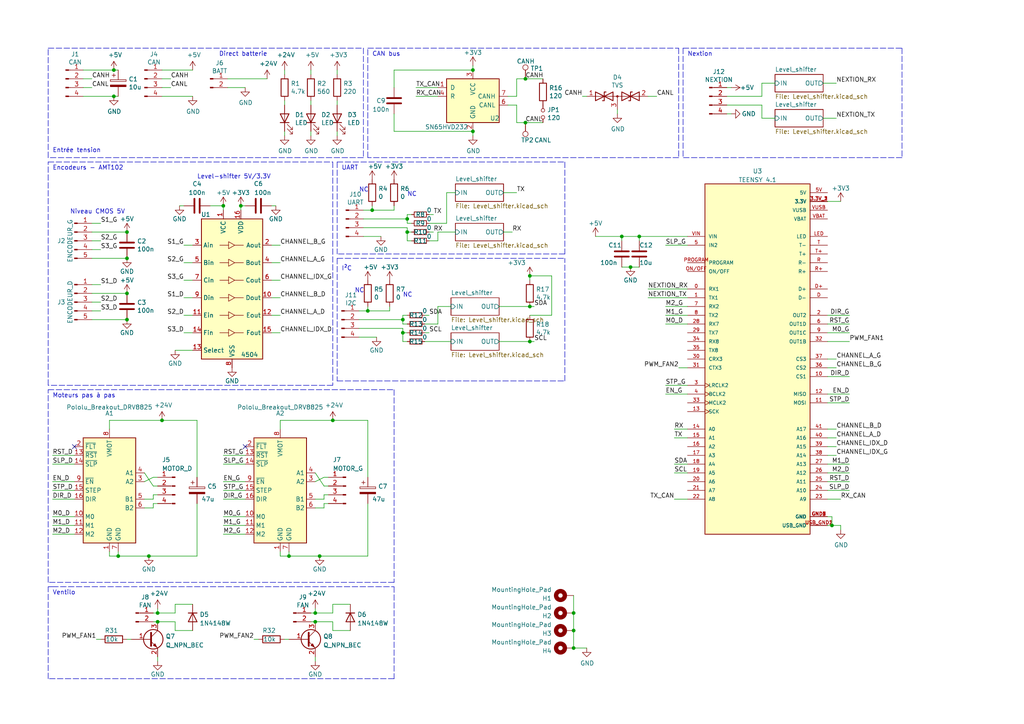
<source format=kicad_sch>
(kicad_sch (version 20211123) (generator eeschema)
  (paper "A4")
  (junction (at 118.11 63.5))
  (junction (at 33.02 27.94))
  (junction (at 166.37 187.96))
  (junction (at 92.71 161.29))
  (junction (at 166.37 182.88))
  (junction (at 185.42 68.58))
  (junction (at 153.67 99.06))
  (junction (at 118.11 67.31))
  (junction (at 36.83 92.71))
  (junction (at 34.29 161.29))
  (junction (at 33.02 20.32))
  (junction (at 69.85 59.69))
  (junction (at 241.3 152.4))
  (junction (at 36.83 67.31))
  (junction (at 64.77 59.69))
  (junction (at 152.4 35.56))
  (junction (at 45.72 180.34))
  (junction (at 46.99 121.92))
  (junction (at 91.44 180.34))
  (junction (at 166.37 177.8))
  (junction (at 43.18 161.29))
  (junction (at 137.16 38.1))
  (junction (at 45.72 177.8))
  (junction (at 107.95 60.96))
  (junction (at 153.67 80.01))
  (junction (at 116.84 92.71))
  (junction (at 182.88 77.47))
  (junction (at 91.44 177.8))
  (junction (at 180.34 68.58))
  (junction (at 153.67 88.9))
  (junction (at 106.68 90.17))
  (junction (at 36.83 74.93))
  (junction (at 96.52 121.92))
  (junction (at 116.84 96.52))
  (junction (at 137.16 20.32))
  (junction (at 36.83 85.09))
  (junction (at 83.82 161.29))
  (junction (at 152.4 22.86))
  (no_connect (at 21.59 129.54))
  (no_connect (at 71.12 129.54))
  (wire (pts (xy 44.45 144.78) (xy 44.45 143.51)))
  (wire (pts (xy 43.18 161.29) (xy 34.29 161.29)))
  (wire (pts (xy 44.45 138.43) (xy 45.72 138.43)))
  (wire (pts (xy 69.85 59.69) (xy 71.12 59.69)))
  (wire (pts (xy 240.03 129.54) (xy 242.57 129.54)))
  (wire (pts (xy 81.28 121.92) (xy 81.28 124.46)))
  (wire (pts (xy 24.13 22.86) (xy 26.67 22.86)))
  (wire (pts (xy 26.67 90.17) (xy 29.21 90.17)))
  (wire (pts (xy 147.32 27.94) (xy 149.86 27.94)))
  (wire (pts (xy 129.54 64.77) (xy 129.54 55.88)))
  (wire (pts (xy 118.11 67.31) (xy 119.38 67.31)))
  (polyline (pts (xy 114.3 113.03) (xy 114.3 168.91)))
  (wire (pts (xy 106.68 90.17) (xy 113.03 90.17)))
  (wire (pts (xy 26.67 87.63) (xy 29.21 87.63)))
  (wire (pts (xy 129.54 64.77) (xy 124.46 64.77)))
  (wire (pts (xy 26.67 67.31) (xy 36.83 67.31)))
  (wire (pts (xy 106.68 146.05) (xy 106.68 161.29)))
  (wire (pts (xy 149.86 27.94) (xy 149.86 22.86)))
  (polyline (pts (xy 163.83 46.99) (xy 163.83 73.66)))
  (wire (pts (xy 246.38 134.62) (xy 240.03 134.62)))
  (wire (pts (xy 104.14 90.17) (xy 106.68 90.17)))
  (wire (pts (xy 69.85 60.96) (xy 69.85 59.69)))
  (wire (pts (xy 106.68 90.17) (xy 106.68 88.9)))
  (wire (pts (xy 82.55 38.1) (xy 82.55 39.37)))
  (wire (pts (xy 118.11 66.04) (xy 118.11 67.31)))
  (wire (pts (xy 199.39 88.9) (xy 193.04 88.9)))
  (wire (pts (xy 21.59 134.62) (xy 15.24 134.62)))
  (wire (pts (xy 106.68 138.43) (xy 106.68 121.92)))
  (wire (pts (xy 41.91 137.16) (xy 44.45 140.97)))
  (wire (pts (xy 118.11 62.23) (xy 118.11 63.5)))
  (wire (pts (xy 93.98 144.78) (xy 93.98 143.51)))
  (wire (pts (xy 64.77 60.96) (xy 64.77 59.69)))
  (wire (pts (xy 15.24 152.4) (xy 21.59 152.4)))
  (wire (pts (xy 50.8 177.8) (xy 45.72 177.8)))
  (wire (pts (xy 116.84 93.98) (xy 116.84 92.71)))
  (wire (pts (xy 240.03 132.08) (xy 242.57 132.08)))
  (wire (pts (xy 90.17 29.21) (xy 90.17 30.48)))
  (wire (pts (xy 66.04 22.86) (xy 77.47 22.86)))
  (wire (pts (xy 210.82 33.02) (xy 212.09 33.02)))
  (wire (pts (xy 137.16 38.1) (xy 137.16 39.37)))
  (polyline (pts (xy 105.41 13.97) (xy 105.41 45.72)))
  (wire (pts (xy 166.37 182.88) (xy 166.37 177.8)))
  (wire (pts (xy 45.72 190.5) (xy 45.72 191.77)))
  (polyline (pts (xy 13.97 113.03) (xy 114.3 113.03)))
  (polyline (pts (xy 106.68 13.97) (xy 196.85 13.97)))
  (wire (pts (xy 243.84 152.4) (xy 243.84 153.67)))
  (wire (pts (xy 149.86 35.56) (xy 152.4 35.56)))
  (wire (pts (xy 36.83 185.42) (xy 38.1 185.42)))
  (wire (pts (xy 116.84 96.52) (xy 118.11 96.52)))
  (wire (pts (xy 82.55 29.21) (xy 82.55 30.48)))
  (wire (pts (xy 21.59 144.78) (xy 15.24 144.78)))
  (wire (pts (xy 57.15 146.05) (xy 57.15 161.29)))
  (wire (pts (xy 26.67 74.93) (xy 36.83 74.93)))
  (wire (pts (xy 71.12 139.7) (xy 64.77 139.7)))
  (wire (pts (xy 193.04 91.44) (xy 199.39 91.44)))
  (wire (pts (xy 123.19 91.44) (xy 124.46 91.44)))
  (wire (pts (xy 127 93.98) (xy 123.19 93.98)))
  (wire (pts (xy 24.13 20.32) (xy 33.02 20.32)))
  (wire (pts (xy 96.52 175.26) (xy 96.52 177.8)))
  (polyline (pts (xy 114.3 170.18) (xy 114.3 196.85)))
  (wire (pts (xy 118.11 91.44) (xy 116.84 91.44)))
  (wire (pts (xy 113.03 90.17) (xy 113.03 88.9)))
  (wire (pts (xy 116.84 91.44) (xy 116.84 92.71)))
  (polyline (pts (xy 163.83 73.66) (xy 97.79 73.66)))
  (wire (pts (xy 78.74 86.36) (xy 81.28 86.36)))
  (wire (pts (xy 26.67 82.55) (xy 29.21 82.55)))
  (wire (pts (xy 52.07 59.69) (xy 53.34 59.69)))
  (wire (pts (xy 46.99 27.94) (xy 55.88 27.94)))
  (wire (pts (xy 199.39 111.76) (xy 193.04 111.76)))
  (wire (pts (xy 34.29 160.02) (xy 34.29 161.29)))
  (wire (pts (xy 73.66 185.42) (xy 74.93 185.42)))
  (wire (pts (xy 81.28 161.29) (xy 81.28 160.02)))
  (wire (pts (xy 187.96 27.94) (xy 190.5 27.94)))
  (polyline (pts (xy 114.3 196.85) (xy 13.97 196.85)))
  (polyline (pts (xy 97.79 46.99) (xy 163.83 46.99)))
  (polyline (pts (xy 261.62 13.97) (xy 261.62 45.72)))
  (polyline (pts (xy 196.85 13.97) (xy 196.85 45.72)))
  (wire (pts (xy 90.17 180.34) (xy 91.44 180.34)))
  (wire (pts (xy 91.44 176.53) (xy 91.44 177.8)))
  (wire (pts (xy 114.3 33.02) (xy 114.3 38.1)))
  (wire (pts (xy 114.3 38.1) (xy 137.16 38.1)))
  (wire (pts (xy 114.3 20.32) (xy 137.16 20.32)))
  (wire (pts (xy 45.72 177.8) (xy 44.45 177.8)))
  (polyline (pts (xy 196.85 45.72) (xy 106.68 45.72)))
  (wire (pts (xy 199.39 137.16) (xy 195.58 137.16)))
  (polyline (pts (xy 163.83 110.49) (xy 163.83 74.93)))
  (wire (pts (xy 220.98 34.29) (xy 224.79 34.29)))
  (wire (pts (xy 71.12 142.24) (xy 64.77 142.24)))
  (wire (pts (xy 21.59 132.08) (xy 15.24 132.08)))
  (wire (pts (xy 97.79 38.1) (xy 97.79 39.37)))
  (wire (pts (xy 71.12 134.62) (xy 64.77 134.62)))
  (wire (pts (xy 57.15 138.43) (xy 57.15 121.92)))
  (wire (pts (xy 240.03 139.7) (xy 246.38 139.7)))
  (wire (pts (xy 31.75 121.92) (xy 31.75 124.46)))
  (wire (pts (xy 93.98 143.51) (xy 95.25 143.51)))
  (wire (pts (xy 44.45 143.51) (xy 45.72 143.51)))
  (wire (pts (xy 107.95 60.96) (xy 107.95 59.69)))
  (wire (pts (xy 96.52 121.92) (xy 81.28 121.92)))
  (wire (pts (xy 240.03 142.24) (xy 246.38 142.24)))
  (wire (pts (xy 123.19 99.06) (xy 130.81 99.06)))
  (wire (pts (xy 166.37 187.96) (xy 170.18 187.96)))
  (wire (pts (xy 146.05 55.88) (xy 149.86 55.88)))
  (wire (pts (xy 105.41 66.04) (xy 118.11 66.04)))
  (wire (pts (xy 166.37 187.96) (xy 166.37 182.88)))
  (wire (pts (xy 26.67 72.39) (xy 29.21 72.39)))
  (polyline (pts (xy 13.97 196.85) (xy 13.97 170.18)))
  (wire (pts (xy 91.44 177.8) (xy 90.17 177.8)))
  (wire (pts (xy 101.6 175.26) (xy 96.52 175.26)))
  (wire (pts (xy 147.32 30.48) (xy 149.86 30.48)))
  (wire (pts (xy 210.82 25.4) (xy 212.09 25.4)))
  (wire (pts (xy 127 88.9) (xy 130.81 88.9)))
  (wire (pts (xy 46.99 20.32) (xy 55.88 20.32)))
  (wire (pts (xy 96.52 177.8) (xy 91.44 177.8)))
  (wire (pts (xy 196.85 106.68) (xy 199.39 106.68)))
  (wire (pts (xy 241.3 152.4) (xy 243.84 152.4)))
  (polyline (pts (xy 114.3 168.91) (xy 13.97 168.91)))
  (wire (pts (xy 24.13 27.94) (xy 33.02 27.94)))
  (wire (pts (xy 46.99 22.86) (xy 49.53 22.86)))
  (wire (pts (xy 97.79 29.21) (xy 97.79 30.48)))
  (polyline (pts (xy 96.52 111.76) (xy 13.97 111.76)))
  (polyline (pts (xy 13.97 13.97) (xy 105.41 13.97)))
  (wire (pts (xy 27.94 185.42) (xy 29.21 185.42)))
  (wire (pts (xy 241.3 152.4) (xy 241.3 149.86)))
  (wire (pts (xy 123.19 96.52) (xy 124.46 96.52)))
  (wire (pts (xy 116.84 99.06) (xy 118.11 99.06)))
  (wire (pts (xy 195.58 124.46) (xy 199.39 124.46)))
  (wire (pts (xy 53.34 76.2) (xy 55.88 76.2)))
  (wire (pts (xy 90.17 38.1) (xy 90.17 39.37)))
  (wire (pts (xy 53.34 81.28) (xy 55.88 81.28)))
  (wire (pts (xy 55.88 175.26) (xy 50.8 175.26)))
  (wire (pts (xy 91.44 144.78) (xy 93.98 144.78)))
  (wire (pts (xy 119.38 64.77) (xy 118.11 64.77)))
  (wire (pts (xy 166.37 177.8) (xy 166.37 172.72)))
  (wire (pts (xy 220.98 30.48) (xy 220.98 34.29)))
  (wire (pts (xy 26.67 92.71) (xy 36.83 92.71)))
  (wire (pts (xy 118.11 93.98) (xy 116.84 93.98)))
  (wire (pts (xy 127 69.85) (xy 127 67.31)))
  (wire (pts (xy 44.45 180.34) (xy 45.72 180.34)))
  (wire (pts (xy 240.03 149.86) (xy 241.3 149.86)))
  (wire (pts (xy 44.45 147.32) (xy 44.45 146.05)))
  (wire (pts (xy 83.82 161.29) (xy 81.28 161.29)))
  (wire (pts (xy 21.59 154.94) (xy 15.24 154.94)))
  (wire (pts (xy 240.03 91.44) (xy 246.38 91.44)))
  (wire (pts (xy 50.8 180.34) (xy 45.72 180.34)))
  (wire (pts (xy 149.86 22.86) (xy 152.4 22.86)))
  (wire (pts (xy 21.59 142.24) (xy 15.24 142.24)))
  (wire (pts (xy 116.84 96.52) (xy 116.84 99.06)))
  (wire (pts (xy 180.34 77.47) (xy 182.88 77.47)))
  (wire (pts (xy 71.12 144.78) (xy 64.77 144.78)))
  (wire (pts (xy 96.52 182.88) (xy 96.52 180.34)))
  (wire (pts (xy 137.16 19.05) (xy 137.16 20.32)))
  (wire (pts (xy 105.41 63.5) (xy 118.11 63.5)))
  (wire (pts (xy 105.41 60.96) (xy 107.95 60.96)))
  (wire (pts (xy 240.03 127) (xy 242.57 127)))
  (wire (pts (xy 91.44 137.16) (xy 93.98 140.97)))
  (polyline (pts (xy 97.79 46.99) (xy 97.79 73.66)))
  (wire (pts (xy 44.45 146.05) (xy 45.72 146.05)))
  (wire (pts (xy 199.39 144.78) (xy 195.58 144.78)))
  (wire (pts (xy 82.55 20.32) (xy 82.55 21.59)))
  (wire (pts (xy 96.52 180.34) (xy 91.44 180.34)))
  (wire (pts (xy 71.12 149.86) (xy 64.77 149.86)))
  (wire (pts (xy 240.03 104.14) (xy 242.57 104.14)))
  (wire (pts (xy 124.46 62.23) (xy 125.73 62.23)))
  (wire (pts (xy 53.34 96.52) (xy 55.88 96.52)))
  (wire (pts (xy 78.74 59.69) (xy 80.01 59.69)))
  (wire (pts (xy 170.18 27.94) (xy 168.91 27.94)))
  (wire (pts (xy 53.34 91.44) (xy 55.88 91.44)))
  (wire (pts (xy 78.74 91.44) (xy 81.28 91.44)))
  (wire (pts (xy 71.12 132.08) (xy 64.77 132.08)))
  (wire (pts (xy 224.79 24.13) (xy 220.98 24.13)))
  (wire (pts (xy 64.77 152.4) (xy 71.12 152.4)))
  (wire (pts (xy 105.41 68.58) (xy 110.49 68.58)))
  (wire (pts (xy 240.03 116.84) (xy 246.38 116.84)))
  (wire (pts (xy 41.91 139.7) (xy 44.45 138.43)))
  (wire (pts (xy 41.91 147.32) (xy 44.45 147.32)))
  (wire (pts (xy 153.67 81.28) (xy 153.67 80.01)))
  (wire (pts (xy 34.29 161.29) (xy 31.75 161.29)))
  (polyline (pts (xy 13.97 111.76) (xy 13.97 46.99)))
  (wire (pts (xy 127 93.98) (xy 127 88.9)))
  (wire (pts (xy 199.39 134.62) (xy 195.58 134.62)))
  (wire (pts (xy 118.11 67.31) (xy 118.11 69.85)))
  (wire (pts (xy 78.74 76.2) (xy 81.28 76.2)))
  (wire (pts (xy 240.03 144.78) (xy 243.84 144.78)))
  (wire (pts (xy 24.13 25.4) (xy 26.67 25.4)))
  (wire (pts (xy 160.02 91.44) (xy 153.67 91.44)))
  (wire (pts (xy 93.98 147.32) (xy 93.98 146.05)))
  (wire (pts (xy 180.34 68.58) (xy 172.72 68.58)))
  (wire (pts (xy 187.96 86.36) (xy 199.39 86.36)))
  (wire (pts (xy 238.76 24.13) (xy 242.57 24.13)))
  (wire (pts (xy 144.78 88.9) (xy 153.67 88.9)))
  (wire (pts (xy 33.02 27.94) (xy 34.29 27.94)))
  (wire (pts (xy 78.74 81.28) (xy 81.28 81.28)))
  (polyline (pts (xy 105.41 45.72) (xy 13.97 45.72)))
  (wire (pts (xy 90.17 20.32) (xy 90.17 21.59)))
  (wire (pts (xy 26.67 69.85) (xy 29.21 69.85)))
  (wire (pts (xy 21.59 139.7) (xy 15.24 139.7)))
  (wire (pts (xy 179.07 31.75) (xy 179.07 33.02)))
  (polyline (pts (xy 13.97 45.72) (xy 13.97 13.97)))
  (wire (pts (xy 50.8 182.88) (xy 50.8 180.34)))
  (wire (pts (xy 127 27.94) (xy 120.65 27.94)))
  (wire (pts (xy 104.14 95.25) (xy 116.84 95.25)))
  (wire (pts (xy 180.34 68.58) (xy 180.34 69.85)))
  (wire (pts (xy 185.42 68.58) (xy 185.42 69.85)))
  (polyline (pts (xy 198.12 13.97) (xy 198.12 45.72)))
  (wire (pts (xy 240.03 58.42) (xy 243.84 58.42)))
  (wire (pts (xy 153.67 88.9) (xy 154.94 88.9)))
  (wire (pts (xy 41.91 144.78) (xy 44.45 144.78)))
  (wire (pts (xy 44.45 140.97) (xy 45.72 140.97)))
  (wire (pts (xy 50.8 101.6) (xy 55.88 101.6)))
  (wire (pts (xy 114.3 60.96) (xy 114.3 59.69)))
  (wire (pts (xy 106.68 121.92) (xy 96.52 121.92)))
  (wire (pts (xy 101.6 182.88) (xy 96.52 182.88)))
  (wire (pts (xy 124.46 69.85) (xy 127 69.85)))
  (wire (pts (xy 220.98 27.94) (xy 210.82 27.94)))
  (wire (pts (xy 187.96 83.82) (xy 199.39 83.82)))
  (wire (pts (xy 91.44 147.32) (xy 93.98 147.32)))
  (polyline (pts (xy 198.12 13.97) (xy 261.62 13.97)))
  (polyline (pts (xy 97.79 110.49) (xy 163.83 110.49)))
  (wire (pts (xy 153.67 80.01) (xy 160.02 80.01)))
  (wire (pts (xy 199.39 71.12) (xy 193.04 71.12)))
  (wire (pts (xy 185.42 68.58) (xy 199.39 68.58)))
  (wire (pts (xy 127 25.4) (xy 120.65 25.4)))
  (wire (pts (xy 21.59 149.86) (xy 15.24 149.86)))
  (wire (pts (xy 55.88 182.88) (xy 50.8 182.88)))
  (wire (pts (xy 104.14 92.71) (xy 116.84 92.71)))
  (wire (pts (xy 46.99 121.92) (xy 31.75 121.92)))
  (wire (pts (xy 180.34 68.58) (xy 185.42 68.58)))
  (polyline (pts (xy 106.68 45.72) (xy 106.68 13.97)))
  (wire (pts (xy 240.03 93.98) (xy 246.38 93.98)))
  (wire (pts (xy 45.72 176.53) (xy 45.72 177.8)))
  (wire (pts (xy 220.98 24.13) (xy 220.98 27.94)))
  (polyline (pts (xy 97.79 74.93) (xy 163.83 74.93)))
  (wire (pts (xy 57.15 161.29) (xy 43.18 161.29)))
  (wire (pts (xy 93.98 146.05) (xy 95.25 146.05)))
  (polyline (pts (xy 13.97 170.18) (xy 15.24 170.18)))
  (wire (pts (xy 240.03 106.68) (xy 242.57 106.68)))
  (wire (pts (xy 118.11 69.85) (xy 119.38 69.85)))
  (wire (pts (xy 46.99 25.4) (xy 49.53 25.4)))
  (wire (pts (xy 182.88 77.47) (xy 185.42 77.47)))
  (wire (pts (xy 149.86 30.48) (xy 149.86 35.56)))
  (wire (pts (xy 107.95 60.96) (xy 114.3 60.96)))
  (wire (pts (xy 60.96 59.69) (xy 64.77 59.69)))
  (wire (pts (xy 78.74 71.12) (xy 81.28 71.12)))
  (wire (pts (xy 33.02 20.32) (xy 34.29 20.32)))
  (wire (pts (xy 26.67 85.09) (xy 36.83 85.09)))
  (wire (pts (xy 240.03 124.46) (xy 242.57 124.46)))
  (wire (pts (xy 104.14 97.79) (xy 109.22 97.79)))
  (polyline (pts (xy 13.97 46.99) (xy 96.52 46.99)))
  (wire (pts (xy 152.4 22.86) (xy 157.48 22.86)))
  (polyline (pts (xy 15.24 170.18) (xy 114.3 170.18)))
  (polyline (pts (xy 96.52 46.99) (xy 96.52 111.76)))
  (wire (pts (xy 240.03 114.3) (xy 246.38 114.3)))
  (wire (pts (xy 97.79 20.32) (xy 97.79 21.59)))
  (wire (pts (xy 106.68 161.29) (xy 92.71 161.29)))
  (wire (pts (xy 91.44 139.7) (xy 93.98 138.43)))
  (wire (pts (xy 114.3 25.4) (xy 114.3 20.32)))
  (wire (pts (xy 53.34 86.36) (xy 55.88 86.36)))
  (wire (pts (xy 146.05 67.31) (xy 148.59 67.31)))
  (wire (pts (xy 91.44 190.5) (xy 91.44 191.77)))
  (wire (pts (xy 199.39 93.98) (xy 193.04 93.98)))
  (wire (pts (xy 82.55 185.42) (xy 83.82 185.42)))
  (wire (pts (xy 124.46 67.31) (xy 125.73 67.31)))
  (wire (pts (xy 144.78 99.06) (xy 153.67 99.06)))
  (polyline (pts (xy 13.97 168.91) (xy 13.97 113.03)))
  (wire (pts (xy 127 67.31) (xy 132.08 67.31)))
  (wire (pts (xy 199.39 114.3) (xy 193.04 114.3)))
  (wire (pts (xy 118.11 64.77) (xy 118.11 63.5)))
  (wire (pts (xy 160.02 80.01) (xy 160.02 91.44)))
  (wire (pts (xy 71.12 154.94) (xy 64.77 154.94)))
  (wire (pts (xy 83.82 160.02) (xy 83.82 161.29)))
  (wire (pts (xy 152.4 35.56) (xy 157.48 35.56)))
  (wire (pts (xy 240.03 109.22) (xy 246.38 109.22)))
  (wire (pts (xy 57.15 121.92) (xy 46.99 121.92)))
  (wire (pts (xy 93.98 140.97) (xy 95.25 140.97)))
  (wire (pts (xy 66.04 25.4) (xy 71.12 25.4)))
  (wire (pts (xy 153.67 99.06) (xy 154.94 99.06)))
  (wire (pts (xy 240.03 96.52) (xy 246.38 96.52)))
  (wire (pts (xy 116.84 95.25) (xy 116.84 96.52)))
  (wire (pts (xy 53.34 71.12) (xy 55.88 71.12)))
  (polyline (pts (xy 97.79 74.93) (xy 97.79 110.49)))
  (wire (pts (xy 195.58 127) (xy 199.39 127)))
  (wire (pts (xy 78.74 96.52) (xy 81.28 96.52)))
  (wire (pts (xy 240.03 137.16) (xy 246.38 137.16)))
  (wire (pts (xy 240.03 99.06) (xy 246.38 99.06)))
  (wire (pts (xy 119.38 62.23) (xy 118.11 62.23)))
  (wire (pts (xy 238.76 34.29) (xy 242.57 34.29)))
  (wire (pts (xy 31.75 161.29) (xy 31.75 160.02)))
  (wire (pts (xy 240.03 152.4) (xy 241.3 152.4)))
  (wire (pts (xy 50.8 175.26) (xy 50.8 177.8)))
  (wire (pts (xy 92.71 161.29) (xy 83.82 161.29)))
  (wire (pts (xy 26.67 64.77) (xy 29.21 64.77)))
  (wire (pts (xy 93.98 138.43) (xy 95.25 138.43)))
  (wire (pts (xy 129.54 55.88) (xy 132.08 55.88)))
  (wire (pts (xy 210.82 30.48) (xy 220.98 30.48)))
  (polyline (pts (xy 261.62 45.72) (xy 198.12 45.72)))
  (text "Entrée tension" (at 15.24 44.45 0) (effects (font (size 1.27 1.27)) (justify left bottom)))
  (text "Nextion" (at 199.39 16.51 0) (effects (font (size 1.27 1.27)) (justify left bottom)))
  (text "Level-shifter 5V/3.3V" (at 57.15 52.07 0) (effects (font (size 1.27 1.27)) (justify left bottom)))
  (text "NC\n" (at 118.11 57.15 0) (effects (font (size 1.27 1.27)) (justify left bottom)))
  (text "Niveau CMOS 5V" (at 20.32 62.23 0) (effects (font (size 1.27 1.27)) (justify left bottom)))
  (text "I²C" (at 99.06 78.74 0) (effects (font (size 1.27 1.27)) (justify left bottom)))
  (text "NC\n" (at 104.14 55.88 0) (effects (font (size 1.27 1.27)) (justify left bottom)))
  (text "NC\n" (at 116.84 86.36 0) (effects (font (size 1.27 1.27)) (justify left bottom)))
  (text "Direct batterie" (at 63.5 16.51 0) (effects (font (size 1.27 1.27)) (justify left bottom)))
  (text "Ventilo" (at 15.24 172.72 0) (effects (font (size 1.27 1.27)) (justify left bottom)))
  (text "CAN bus" (at 107.95 16.51 0) (effects (font (size 1.27 1.27)) (justify left bottom)))
  (text "NC\n" (at 102.87 85.09 0) (effects (font (size 1.27 1.27)) (justify left bottom)))
  (text "UART\n" (at 99.06 49.53 0) (effects (font (size 1.27 1.27)) (justify left bottom)))
  (text "Moteurs pas à pas" (at 15.24 115.57 0) (effects (font (size 1.27 1.27)) (justify left bottom)))
  (text "Encodeurs - AMT102" (at 15.24 49.53 0) (effects (font (size 1.27 1.27)) (justify left bottom)))
  (label "TX_CAN" (at 120.65 25.4 0))
  (label "S1_D" (at 53.34 86.36 180))
  (label "S2_G" (at 29.21 69.85 0))
  (label "DIR_G" (at 64.77 144.78 0))
  (label "TX" (at 149.86 55.88 0))
  (label "RX" (at 125.73 67.31 0))
  (label "M0_D" (at 193.04 93.98 0))
  (label "S1_G" (at 29.21 64.77 0))
  (label "CANH" (at 152.4 22.86 0))
  (label "TX_CAN" (at 195.58 144.78 180))
  (label "DIR_D" (at 246.38 109.22 180))
  (label "SLP_G" (at 193.04 71.12 0))
  (label "RX" (at 195.58 124.46 0))
  (label "M1_G" (at 193.04 91.44 0))
  (label "TX" (at 195.58 127 0))
  (label "CHANNEL_IDX_G" (at 242.57 132.08 0))
  (label "CHANNEL_A_D" (at 242.57 127 0))
  (label "CANL" (at 49.53 25.4 0))
  (label "EN_D" (at 246.38 114.3 180))
  (label "PWM_FAN2" (at 73.66 185.42 180))
  (label "DIR_D" (at 15.24 144.78 0))
  (label "SLP_G" (at 64.77 134.62 0))
  (label "TX" (at 125.73 62.23 0))
  (label "CHANNEL_A_D" (at 81.28 91.44 0))
  (label "M2_D" (at 15.24 154.94 0))
  (label "CANH" (at 49.53 22.86 0))
  (label "M0_G" (at 246.38 96.52 180))
  (label "CANL" (at 26.67 25.4 0))
  (label "NEXTION_RX" (at 187.96 83.82 0))
  (label "M0_D" (at 15.24 149.86 0))
  (label "CANH" (at 26.67 22.86 0))
  (label "NEXTION_TX" (at 242.57 34.29 0))
  (label "S2_G" (at 53.34 76.2 180))
  (label "S2_D" (at 53.34 91.44 180))
  (label "SLP_D" (at 246.38 142.24 180))
  (label "SDA" (at 154.94 88.9 0))
  (label "PWM_FAN1" (at 27.94 185.42 180))
  (label "S2_D" (at 29.21 87.63 0))
  (label "CANH" (at 168.91 27.94 180))
  (label "DIR_G" (at 246.38 91.44 180))
  (label "PWM_FAN2" (at 196.85 106.68 180))
  (label "SCL" (at 124.46 96.52 0))
  (label "CHANNEL_B_G" (at 242.57 106.68 0))
  (label "CHANNEL_A_G" (at 81.28 76.2 0))
  (label "STP_D" (at 246.38 116.84 180))
  (label "STP_D" (at 15.24 142.24 0))
  (label "SCL" (at 154.94 99.06 0))
  (label "S3_G" (at 29.21 72.39 0))
  (label "S3_D" (at 53.34 96.52 180))
  (label "EN_G" (at 193.04 114.3 0))
  (label "CHANNEL_B_D" (at 81.28 86.36 0))
  (label "M1_D" (at 15.24 152.4 0))
  (label "CHANNEL_B_D" (at 242.57 124.46 0))
  (label "RST_G" (at 246.38 93.98 180))
  (label "EN_G" (at 64.77 139.7 0))
  (label "M2_D" (at 246.38 137.16 180))
  (label "NEXTION_TX" (at 187.96 86.36 0))
  (label "CHANNEL_A_G" (at 242.57 104.14 0))
  (label "RST_D" (at 15.24 132.08 0))
  (label "RX_CAN" (at 120.65 27.94 0))
  (label "SCL" (at 195.58 137.16 0))
  (label "PWM_FAN1" (at 246.38 99.06 0))
  (label "STP_G" (at 64.77 142.24 0))
  (label "M2_G" (at 193.04 88.9 0))
  (label "STP_G" (at 193.04 111.76 0))
  (label "RST_G" (at 64.77 132.08 0))
  (label "EN_D" (at 15.24 139.7 0))
  (label "M1_D" (at 246.38 134.62 180))
  (label "SLP_D" (at 15.24 134.62 0))
  (label "M2_G" (at 64.77 154.94 0))
  (label "SDA" (at 195.58 134.62 0))
  (label "RX_CAN" (at 243.84 144.78 0))
  (label "S1_D" (at 29.21 82.55 0))
  (label "CHANNEL_IDX_D" (at 242.57 129.54 0))
  (label "NEXTION_RX" (at 242.57 24.13 0))
  (label "RST_D" (at 246.38 139.7 180))
  (label "S3_D" (at 29.21 90.17 0))
  (label "CHANNEL_IDX_D" (at 81.28 96.52 0))
  (label "M0_G" (at 64.77 149.86 0))
  (label "RX" (at 148.59 67.31 0))
  (label "CANL" (at 190.5 27.94 0))
  (label "SDA" (at 124.46 91.44 0))
  (label "S3_G" (at 53.34 81.28 180))
  (label "M1_G" (at 64.77 152.4 0))
  (label "S1_G" (at 53.34 71.12 180))
  (label "CANL" (at 152.4 35.56 0))
  (label "CHANNEL_IDX_G" (at 81.28 81.28 0))
  (label "CHANNEL_B_G" (at 81.28 71.12 0))
  (symbol (lib_id "Driver_Motor:Pololu_Breakout_DRV8825") (at 81.28 139.7 0) (unit 1)
    (property "Reference" "A2" (at 81.28 119.8626 0))
    (property "Value" "Pololu_Breakout_DRV8825" (at 81.28 118.11 0))
    (property "Footprint" "Module:Pololu_Breakout-16_15.2x20.3mm" (effects hide))
    (property "Datasheet" "https://www.pololu.com/product/2982" (effects hide))
  )
  (symbol (lib_id "Connector:Conn_01x04_Male") (at 19.05 22.86 0) (unit 1)
    (property "Reference" "J1" (at 21.7932 15.7226 0))
    (property "Value" "CAN" (at 21.7932 18.034 0))
    (property "Footprint" "AREA_lib_Connector:690367290476" (effects hide))
  )
  (symbol (lib_id "power:+5V") (at 33.02 20.32 0) (unit 1)
    (property "Reference" "#PWR01" (effects hide))
    (property "Value" "+5V" (at 33.401 15.9258 0))
  )
  (symbol (lib_id "power:GND") (at 33.02 27.94 0) (unit 1)
    (property "Reference" "#PWR02" (effects hide))
    (property "Value" "GND" (at 33.147 32.3342 0))
  )
  (symbol (lib_id "Connector:Conn_01x04_Male") (at 41.91 22.86 0) (unit 1)
    (property "Reference" "J4" (at 44.6532 15.7226 0))
    (property "Value" "CAN" (at 44.6532 18.034 0))
    (property "Footprint" "AREA_lib_Connector:690367290476" (effects hide))
  )
  (symbol (lib_id "power:+5V") (at 55.88 20.32 0) (unit 1)
    (property "Reference" "#PWR011" (effects hide))
    (property "Value" "+5V" (at 56.261 15.9258 0))
  )
  (symbol (lib_id "power:GND") (at 55.88 27.94 0) (unit 1)
    (property "Reference" "#PWR012" (effects hide))
    (property "Value" "GND" (at 56.007 32.3342 0))
  )
  (symbol (lib_id "Connector:Conn_01x02_Male") (at 60.96 22.86 0) (unit 1)
    (property "Reference" "J6" (at 63.7032 18.2626 0))
    (property "Value" "BATT" (at 63.7032 20.574 0))
    (property "Footprint" "AREA_lib_Connector:Wuerth_batcon_691313710002" (effects hide))
  )
  (symbol (lib_id "power:+24V") (at 77.47 22.86 0) (unit 1)
    (property "Reference" "#PWR017" (effects hide))
    (property "Value" "+24V" (at 77.851 18.4658 0))
  )
  (symbol (lib_id "power:GND") (at 71.12 25.4 0) (unit 1)
    (property "Reference" "#PWR016" (effects hide))
    (property "Value" "GND" (at 71.247 29.7942 0))
  )
  (symbol (lib_id "Device:R") (at 82.55 25.4 0) (unit 1)
    (property "Reference" "R1" (at 84.328 24.2316 0) (effects (justify left)))
    (property "Value" "4.7k" (at 84.328 26.543 0) (effects (justify left)))
    (property "Footprint" "Resistor_SMD:R_0805_2012Metric_Pad1.20x1.40mm_HandSolder" (effects hide))
  )
  (symbol (lib_id "Device:LED") (at 82.55 34.29 90) (unit 1)
    (property "Reference" "D1" (at 85.5472 33.2994 90) (effects (justify right)))
    (property "Value" "LED" (at 85.5472 35.6108 90) (effects (justify right)))
    (property "Footprint" "LED_SMD:LED_0805_2012Metric_Pad1.15x1.40mm_HandSolder" (effects hide))
  )
  (symbol (lib_id "power:+24V") (at 82.55 20.32 0) (unit 1)
    (property "Reference" "#PWR019" (effects hide))
    (property "Value" "+24V" (at 82.931 15.9258 0))
  )
  (symbol (lib_id "power:GND") (at 82.55 39.37 0) (unit 1)
    (property "Reference" "#PWR020" (effects hide))
    (property "Value" "GND" (at 82.677 43.7642 0))
  )
  (symbol (lib_id "Device:R") (at 90.17 25.4 0) (unit 1)
    (property "Reference" "R2" (at 91.948 24.2316 0) (effects (justify left)))
    (property "Value" "560" (at 91.948 26.543 0) (effects (justify left)))
    (property "Footprint" "Resistor_SMD:R_0805_2012Metric_Pad1.20x1.40mm_HandSolder" (effects hide))
  )
  (symbol (lib_id "Device:LED") (at 90.17 34.29 90) (unit 1)
    (property "Reference" "D2" (at 93.1672 33.2994 90) (effects (justify right)))
    (property "Value" "LED" (at 93.1672 35.6108 90) (effects (justify right)))
    (property "Footprint" "LED_SMD:LED_0805_2012Metric_Pad1.15x1.40mm_HandSolder" (effects hide))
  )
  (symbol (lib_id "power:GND") (at 90.17 39.37 0) (unit 1)
    (property "Reference" "#PWR022" (effects hide))
    (property "Value" "GND" (at 90.297 43.7642 0))
  )
  (symbol (lib_id "Device:R") (at 97.79 25.4 0) (unit 1)
    (property "Reference" "R3" (at 99.568 24.2316 0) (effects (justify left)))
    (property "Value" "220" (at 99.568 26.543 0) (effects (justify left)))
    (property "Footprint" "Resistor_SMD:R_0805_2012Metric_Pad1.20x1.40mm_HandSolder" (effects hide))
  )
  (symbol (lib_id "Device:LED") (at 97.79 34.29 90) (unit 1)
    (property "Reference" "D3" (at 100.7872 33.2994 90) (effects (justify right)))
    (property "Value" "LED" (at 100.7872 35.6108 90) (effects (justify right)))
    (property "Footprint" "LED_SMD:LED_0805_2012Metric_Pad1.15x1.40mm_HandSolder" (effects hide))
  )
  (symbol (lib_id "power:GND") (at 97.79 39.37 0) (unit 1)
    (property "Reference" "#PWR026" (effects hide))
    (property "Value" "GND" (at 97.917 43.7642 0))
  )
  (symbol (lib_id "power:+5V") (at 90.17 20.32 0) (unit 1)
    (property "Reference" "#PWR021" (effects hide))
    (property "Value" "+5V" (at 90.551 15.9258 0))
  )
  (symbol (lib_id "power:+3.3V") (at 97.79 20.32 0) (unit 1)
    (property "Reference" "#PWR025" (effects hide))
    (property "Value" "+3.3V" (at 98.171 15.9258 0))
  )
  (symbol (lib_id "Device:CP") (at 34.29 24.13 0) (unit 1)
    (property "Reference" "C1" (at 37.2872 22.9616 0) (effects (justify left)))
    (property "Value" "10u" (at 37.2872 25.273 0) (effects (justify left)))
    (property "Footprint" "Capacitor_SMD:CP_Elec_5x5.4" (effects hide))
  )
  (symbol (lib_id "Connector:Conn_01x05_Male") (at 21.59 69.85 0) (unit 1)
    (property "Reference" "J2" (at 17.78 69.85 0))
    (property "Value" "ENCODEUR_G" (at 20.32 69.85 90))
    (property "Footprint" "Connector_PinHeader_2.54mm:PinHeader_1x05_P2.54mm_Vertical" (effects hide))
  )
  (symbol (lib_id "Device:C") (at 36.83 71.12 0) (unit 1)
    (property "Reference" "C2" (at 39.751 69.9516 0) (effects (justify left)))
    (property "Value" "100n" (at 39.751 72.263 0) (effects (justify left)))
    (property "Footprint" "Capacitor_SMD:C_0805_2012Metric_Pad1.18x1.45mm_HandSolder" (effects hide))
  )
  (symbol (lib_id "power:+5V") (at 36.83 67.31 0) (unit 1)
    (property "Reference" "#PWR03" (effects hide))
    (property "Value" "+5V" (at 36.83 63.5 0))
  )
  (symbol (lib_id "power:GND") (at 36.83 74.93 0) (unit 1)
    (property "Reference" "#PWR04" (effects hide))
    (property "Value" "GND" (at 36.83 78.74 0))
  )
  (symbol (lib_id "Connector:Conn_01x05_Male") (at 21.59 87.63 0) (unit 1)
    (property "Reference" "J3" (at 17.78 87.63 0))
    (property "Value" "ENCODEUR_D" (at 20.32 87.63 90))
    (property "Footprint" "Connector_PinHeader_2.54mm:PinHeader_1x05_P2.54mm_Vertical" (effects hide))
  )
  (symbol (lib_id "Device:C") (at 36.83 88.9 0) (unit 1)
    (property "Reference" "C3" (at 39.751 87.7316 0) (effects (justify left)))
    (property "Value" "100n" (at 39.751 90.043 0) (effects (justify left)))
    (property "Footprint" "Capacitor_SMD:C_0805_2012Metric_Pad1.18x1.45mm_HandSolder" (effects hide))
  )
  (symbol (lib_id "power:+5V") (at 36.83 85.09 0) (unit 1)
    (property "Reference" "#PWR05" (effects hide))
    (property "Value" "+5V" (at 36.83 81.28 0))
  )
  (symbol (lib_id "power:GND") (at 36.83 92.71 0) (unit 1)
    (property "Reference" "#PWR06" (effects hide))
    (property "Value" "GND" (at 36.83 96.52 0))
  )
  (symbol (lib_id "4xxx:4504") (at 67.31 83.82 0) (unit 1)
    (property "Reference" "U1" (at 59.69 62.23 0))
    (property "Value" "4504" (at 72.39 102.87 0))
    (property "Footprint" "Package_SO:TSSOP-16_4.4x5mm_P0.65mm" (effects hide))
    (property "Datasheet" "http://www.ti.com/lit/ds/symlink/cd4504b.pdf" (effects hide))
  )
  (symbol (lib_id "power:GND") (at 67.31 106.68 0) (unit 1)
    (property "Reference" "#PWR014" (effects hide))
    (property "Value" "GND" (at 67.31 110.49 0))
  )
  (symbol (lib_id "Device:C") (at 74.93 59.69 270) (mirror x) (unit 1)
    (property "Reference" "C6" (at 74.93 53.2892 90))
    (property "Value" "100n" (at 76.2 55.88 90))
    (property "Footprint" "Capacitor_SMD:C_0805_2012Metric_Pad1.18x1.45mm_HandSolder" (effects hide))
  )
  (symbol (lib_id "Device:C") (at 57.15 59.69 90) (mirror x) (unit 1)
    (property "Reference" "C4" (at 57.15 53.34 90))
    (property "Value" "100n" (at 57.15 55.88 90))
    (property "Footprint" "Capacitor_SMD:C_0805_2012Metric_Pad1.18x1.45mm_HandSolder" (effects hide))
  )
  (symbol (lib_id "power:GND") (at 80.01 59.69 0) (unit 1)
    (property "Reference" "#PWR018" (effects hide))
    (property "Value" "GND" (at 80.01 63.5 0))
  )
  (symbol (lib_id "power:GND") (at 52.07 59.69 0) (unit 1)
    (property "Reference" "#PWR010" (effects hide))
    (property "Value" "GND" (at 52.07 63.5 0))
  )
  (symbol (lib_id "power:+5V") (at 64.77 59.69 0) (unit 1)
    (property "Reference" "#PWR013" (effects hide))
    (property "Value" "+5V" (at 64.77 55.88 0))
  )
  (symbol (lib_id "power:+3.3V") (at 69.85 59.69 0) (unit 1)
    (property "Reference" "#PWR015" (effects hide))
    (property "Value" "+3.3V" (at 69.85 55.88 0))
  )
  (symbol (lib_id "power:GND") (at 50.8 101.6 0) (unit 1)
    (property "Reference" "#PWR09" (effects hide))
    (property "Value" "GND" (at 50.8 105.41 0))
  )
  (symbol (lib_id "Connector:Conn_01x04_Male") (at 99.06 92.71 0) (unit 1)
    (property "Reference" "J11" (at 101.8032 85.5726 0))
    (property "Value" "I2C" (at 101.8032 87.884 0))
    (property "Footprint" "AREA_lib_Connector:Wuerth_2.54mm_4pins_61900411121" (effects hide))
  )
  (symbol (lib_id "Device:CP") (at 106.68 142.24 0) (unit 1)
    (property "Reference" "C7" (at 109.6772 141.0716 0) (effects (justify left)))
    (property "Value" "47u" (at 107.95 144.78 0) (effects (justify left)))
    (property "Footprint" "Capacitor_SMD:CP_Elec_6.3x5.4" (effects hide))
  )
  (symbol (lib_id "power:GND") (at 92.71 161.29 0) (unit 1)
    (property "Reference" "#PWR023" (effects hide))
    (property "Value" "GND" (at 92.71 165.1 0))
  )
  (symbol (lib_id "power:+24V") (at 96.52 121.92 0) (unit 1)
    (property "Reference" "#PWR024" (effects hide))
    (property "Value" "+24V" (at 96.901 117.5258 0))
  )
  (symbol (lib_id "Device:R") (at 106.68 85.09 0) (unit 1)
    (property "Reference" "R5" (at 108.458 83.9216 0) (effects (justify left)))
    (property "Value" "0" (at 108.458 86.233 0) (effects (justify left)))
    (property "Footprint" "Connector_PinHeader_2.54mm:PinHeader_1x02_P2.54mm_Vertical" (effects hide))
  )
  (symbol (lib_id "Device:R") (at 113.03 85.09 0) (unit 1)
    (property "Reference" "R7" (at 114.808 83.9216 0) (effects (justify left)))
    (property "Value" "0" (at 114.808 86.233 0) (effects (justify left)))
    (property "Footprint" "Connector_PinHeader_2.54mm:PinHeader_1x02_P2.54mm_Vertical" (effects hide))
  )
  (symbol (lib_id "power:+5V") (at 106.68 81.28 0) (unit 1)
    (property "Reference" "#PWR034" (effects hide))
    (property "Value" "+5V" (at 105.41 77.47 0) (effects (justify left)))
  )
  (symbol (lib_id "Connector:Conn_01x04_Male") (at 100.33 140.97 0) (mirror y) (unit 1)
    (property "Reference" "J7" (at 96.52 133.35 0) (effects (justify right)))
    (property "Value" "MOTOR_G" (at 96.52 135.89 0) (effects (justify right)))
    (property "Footprint" "AREA_lib_Connector:Wuerth_2.54mm_4pins_61900411121" (effects hide))
  )
  (symbol (lib_id "power:+3.3V") (at 113.03 81.28 0) (unit 1)
    (property "Reference" "#PWR040" (effects hide))
    (property "Value" "+3.3V" (at 113.03 77.47 0))
  )
  (symbol (lib_id "Driver_Motor:Pololu_Breakout_DRV8825") (at 31.75 139.7 0) (unit 1)
    (property "Reference" "A1" (at 31.75 119.8626 0))
    (property "Value" "Pololu_Breakout_DRV8825" (at 31.75 118.11 0))
    (property "Footprint" "Module:Pololu_Breakout-16_15.2x20.3mm" (effects hide))
    (property "Datasheet" "https://www.pololu.com/product/2982" (effects hide))
  )
  (symbol (lib_id "Device:CP") (at 57.15 142.24 0) (unit 1)
    (property "Reference" "C5" (at 60.1472 141.0716 0) (effects (justify left)))
    (property "Value" "47u" (at 58.42 144.78 0) (effects (justify left)))
    (property "Footprint" "Capacitor_SMD:CP_Elec_6.3x5.4" (effects hide))
  )
  (symbol (lib_id "power:GND") (at 43.18 161.29 0) (unit 1)
    (property "Reference" "#PWR07" (effects hide))
    (property "Value" "GND" (at 43.18 165.1 0))
  )
  (symbol (lib_id "power:+24V") (at 46.99 121.92 0) (unit 1)
    (property "Reference" "#PWR08" (effects hide))
    (property "Value" "+24V" (at 47.371 117.5258 0))
  )
  (symbol (lib_id "Connector:Conn_01x04_Male") (at 50.8 140.97 0) (mirror y) (unit 1)
    (property "Reference" "J5" (at 46.99 133.35 0) (effects (justify right)))
    (property "Value" "MOTOR_D" (at 46.99 135.89 0) (effects (justify right)))
    (property "Footprint" "AREA_lib_Connector:Wuerth_2.54mm_4pins_61900411121" (effects hide))
  )
  (symbol (lib_id "power:GND") (at 109.22 97.79 0) (unit 1)
    (property "Reference" "#PWR036" (effects hide))
    (property "Value" "GND" (at 109.22 101.6 0))
  )
  (symbol (lib_id "Interface_CAN_LIN:SN65HVD232") (at 137.16 27.94 0) (unit 1)
    (property "Reference" "U2" (at 143.51 34.29 0))
    (property "Value" "SN65HVD232" (at 129.54 36.83 0))
    (property "Footprint" "Package_SO:SOIC-8_3.9x4.9mm_P1.27mm" (effects hide))
    (property "Datasheet" "http://www.ti.com/lit/ds/symlink/sn65hvd230.pdf" (effects hide))
  )
  (symbol (lib_id "Device:R") (at 157.48 26.67 0) (unit 1)
    (property "Reference" "R16" (at 159.258 25.5016 0) (effects (justify left)))
    (property "Value" "120" (at 159.258 27.813 0) (effects (justify left)))
    (property "Footprint" "Resistor_SMD:R_0805_2012Metric_Pad1.20x1.40mm_HandSolder" (effects hide))
  )
  (symbol (lib_id "Device:Jumper_NO_Small") (at 157.48 33.02 270) (unit 1)
    (property "Reference" "JP1" (at 158.6992 31.8516 90) (effects (justify left)))
    (property "Value" "120" (at 158.6992 34.163 90) (effects (justify left)))
    (property "Footprint" "Connector_PinHeader_2.54mm:PinHeader_1x02_P2.54mm_Vertical" (effects hide))
  )
  (symbol (lib_id "Device:D_TVS_x2_AAC") (at 179.07 27.94 0) (unit 1)
    (property "Reference" "D4" (at 179.07 22.4282 0))
    (property "Value" "TVS" (at 179.07 24.7396 0))
    (property "Footprint" "Package_TO_SOT_SMD:SOT-23" (effects hide))
  )
  (symbol (lib_id "Connector:TestPoint") (at 152.4 22.86 0) (unit 1)
    (property "Reference" "TP1" (at 153.8732 19.8628 0) (effects (justify left)))
    (property "Value" "CANH" (at 149.86 17.78 0) (effects (justify left)))
    (property "Footprint" "TestPoint:TestPoint_Pad_D1.0mm" (effects hide))
  )
  (symbol (lib_id "Connector:TestPoint") (at 152.4 35.56 180) (unit 1)
    (property "Reference" "TP2" (at 151.13 40.64 0) (effects (justify right)))
    (property "Value" "CANL" (at 154.94 40.64 0) (effects (justify right)))
    (property "Footprint" "TestPoint:TestPoint_Pad_D1.0mm" (effects hide))
  )
  (symbol (lib_id "power:GND") (at 179.07 33.02 0) (unit 1)
    (property "Reference" "#PWR041" (effects hide))
    (property "Value" "GND" (at 179.197 37.4142 0))
  )
  (symbol (lib_id "power:+3.3V") (at 137.16 19.05 0) (unit 1)
    (property "Reference" "#PWR032" (effects hide))
    (property "Value" "+3.3V" (at 137.16 15.24 0))
  )
  (symbol (lib_id "power:GND") (at 137.16 39.37 0) (unit 1)
    (property "Reference" "#PWR033" (effects hide))
    (property "Value" "GND" (at 137.287 43.7642 0))
  )
  (symbol (lib_id "Device:C") (at 114.3 29.21 0) (mirror x) (unit 1)
    (property "Reference" "C9" (at 110.49 29.21 0))
    (property "Value" "100n" (at 110.49 31.75 0))
    (property "Footprint" "Capacitor_SMD:C_0805_2012Metric_Pad1.18x1.45mm_HandSolder" (effects hide))
  )
  (symbol (lib_id "Connector:Conn_01x04_Male") (at 205.74 27.94 0) (unit 1)
    (property "Reference" "J12" (at 208.4832 20.8026 0))
    (property "Value" "NEXTION" (at 208.4832 23.114 0))
    (property "Footprint" "AREA_lib_Connector:Wuerth_2.54mm_4pins_61900411121" (effects hide))
  )
  (symbol (lib_id "power:+5V") (at 212.09 25.4 270) (unit 1)
    (property "Reference" "#PWR038" (effects hide))
    (property "Value" "+5V" (at 214.63 25.4 90) (effects (justify left)))
  )
  (symbol (lib_id "power:GND") (at 212.09 33.02 90) (unit 1)
    (property "Reference" "#PWR039" (effects hide))
    (property "Value" "GND" (at 217.17 33.02 90))
  )
  (symbol (lib_id "Device:R_Small") (at 120.65 93.98 270) (unit 1)
    (property "Reference" "R13" (at 120.65 93.98 90))
    (property "Value" "0" (at 123.19 92.71 90))
    (property "Footprint" "Connector_PinHeader_2.54mm:PinHeader_1x02_P2.54mm_Vertical" (effects hide))
  )
  (symbol (lib_id "Device:R_Small") (at 120.65 91.44 270) (unit 1)
    (property "Reference" "R12" (at 120.65 91.44 90))
    (property "Value" "0" (at 123.19 90.17 90))
    (property "Footprint" "Connector_PinHeader_2.54mm:PinHeader_1x02_P2.54mm_Vertical" (effects hide))
  )
  (symbol (lib_id "Device:R_Small") (at 120.65 99.06 270) (unit 1)
    (property "Reference" "R15" (at 120.65 99.06 90))
    (property "Value" "0" (at 123.19 97.79 90))
    (property "Footprint" "Connector_PinHeader_2.54mm:PinHeader_1x02_P2.54mm_Vertical" (effects hide))
  )
  (symbol (lib_id "Device:R_Small") (at 120.65 96.52 270) (unit 1)
    (property "Reference" "R14" (at 120.65 96.52 90))
    (property "Value" "0" (at 123.19 95.25 90))
    (property "Footprint" "Connector_PinHeader_2.54mm:PinHeader_1x02_P2.54mm_Vertical" (effects hide))
  )
  (symbol (lib_id "Connector:Conn_01x04_Male") (at 100.33 63.5 0) (unit 1)
    (property "Reference" "J10" (at 103.0732 56.3626 0))
    (property "Value" "UART" (at 103.0732 58.674 0))
    (property "Footprint" "AREA_lib_Connector:Wuerth_2.54mm_4pins_61900411121" (effects hide))
  )
  (symbol (lib_id "Device:R") (at 107.95 55.88 0) (unit 1)
    (property "Reference" "R4" (at 109.728 54.7116 0) (effects (justify left)))
    (property "Value" "0" (at 109.728 57.023 0) (effects (justify left)))
    (property "Footprint" "Connector_PinHeader_2.54mm:PinHeader_1x02_P2.54mm_Vertical" (effects hide))
  )
  (symbol (lib_id "Device:R") (at 114.3 55.88 0) (unit 1)
    (property "Reference" "R6" (at 116.078 54.7116 0) (effects (justify left)))
    (property "Value" "0" (at 116.078 57.023 0) (effects (justify left)))
    (property "Footprint" "Connector_PinHeader_2.54mm:PinHeader_1x02_P2.54mm_Vertical" (effects hide))
  )
  (symbol (lib_id "power:+5V") (at 107.95 52.07 0) (unit 1)
    (property "Reference" "#PWR031" (effects hide))
    (property "Value" "+5V" (at 106.68 48.26 0) (effects (justify left)))
  )
  (symbol (lib_id "power:+3.3V") (at 114.3 52.07 0) (unit 1)
    (property "Reference" "#PWR037" (effects hide))
    (property "Value" "+3.3V" (at 114.3 48.26 0))
  )
  (symbol (lib_id "power:GND") (at 110.49 68.58 0) (unit 1)
    (property "Reference" "#PWR035" (effects hide))
    (property "Value" "GND" (at 110.49 72.39 0))
  )
  (symbol (lib_id "Device:R_Small") (at 121.92 64.77 270) (unit 1)
    (property "Reference" "R9" (at 121.92 64.77 90))
    (property "Value" "0" (at 124.46 63.5 90))
    (property "Footprint" "Connector_PinHeader_2.54mm:PinHeader_1x02_P2.54mm_Vertical" (effects hide))
  )
  (symbol (lib_id "Device:R_Small") (at 121.92 62.23 270) (unit 1)
    (property "Reference" "R8" (at 121.92 62.23 90))
    (property "Value" "0" (at 124.46 60.96 90))
    (property "Footprint" "Connector_PinHeader_2.54mm:PinHeader_1x02_P2.54mm_Vertical" (effects hide))
  )
  (symbol (lib_id "Device:R_Small") (at 121.92 69.85 270) (unit 1)
    (property "Reference" "R11" (at 121.92 69.85 90))
    (property "Value" "0" (at 124.46 68.58 90))
    (property "Footprint" "Connector_PinHeader_2.54mm:PinHeader_1x02_P2.54mm_Vertical" (effects hide))
  )
  (symbol (lib_id "Device:R_Small") (at 121.92 67.31 270) (unit 1)
    (property "Reference" "R10" (at 121.92 67.31 90))
    (property "Value" "0" (at 124.46 66.04 90))
    (property "Footprint" "Connector_PinHeader_2.54mm:PinHeader_1x02_P2.54mm_Vertical" (effects hide))
  )
  (symbol (lib_id "Device:R") (at 153.67 85.09 0) (unit 1)
    (property "Reference" "R17" (at 155.448 83.9216 0) (effects (justify left)))
    (property "Value" "4.7k" (at 155.448 86.233 0) (effects (justify left)))
    (property "Footprint" "Resistor_SMD:R_0805_2012Metric_Pad1.20x1.40mm_HandSolder" (effects hide))
  )
  (symbol (lib_id "power:+3.3V") (at 153.67 80.01 0) (unit 1)
    (property "Reference" "#PWR042" (effects hide))
    (property "Value" "+3.3V" (at 149.86 76.2 0))
  )
  (symbol (lib_id "Device:R") (at 153.67 95.25 0) (unit 1)
    (property "Reference" "R18" (at 155.448 94.0816 0) (effects (justify left)))
    (property "Value" "4.7k" (at 155.448 96.393 0) (effects (justify left)))
    (property "Footprint" "Resistor_SMD:R_0805_2012Metric_Pad1.20x1.40mm_HandSolder" (effects hide))
  )
  (symbol (lib_id "power:GND") (at 182.88 77.47 0) (unit 1)
    (property "Reference" "#PWR048" (effects hide))
    (property "Value" "GND" (at 182.88 81.28 0))
  )
  (symbol (lib_id "Device:C") (at 180.34 73.66 0) (mirror y) (unit 1)
    (property "Reference" "C11" (at 180.34 71.12 0) (effects (justify left)))
    (property "Value" "100n" (at 179.07 76.2 0) (effects (justify left)))
    (property "Footprint" "Capacitor_SMD:C_0805_2012Metric_Pad1.18x1.45mm_HandSolder" (effects hide))
  )
  (symbol (lib_id "power:+5V") (at 172.72 68.58 0) (mirror y) (unit 1)
    (property "Reference" "#PWR047" (effects hide))
    (property "Value" "+5V" (at 172.72 64.77 0))
  )
  (symbol (lib_id "Connector:Conn_01x02_Male") (at 85.09 177.8 0) (unit 1)
    (property "Reference" "J9" (at 87.8332 173.2026 0))
    (property "Value" "FAN" (at 87.8332 175.514 0))
    (property "Footprint" "AREA_lib_Connector:Wuerth_2.54mm_2pins_61900211121" (effects hide))
  )
  (symbol (lib_id "power:+24V") (at 91.44 176.53 0) (unit 1)
    (property "Reference" "#PWR029" (effects hide))
    (property "Value" "+24V" (at 91.821 172.1358 0))
  )
  (symbol (lib_id "Diode:1N4148W") (at 101.6 179.07 270) (unit 1)
    (property "Reference" "D6" (at 103.632 178.2353 90) (effects (justify left)))
    (property "Value" "1N4148W" (at 103.632 180.7722 90) (effects (justify left)))
    (property "Footprint" "Diode_SMD:D_SOD-123" (effects hide))
    (property "Datasheet" "https://www.vishay.com/docs/85748/1n4148w.pdf" (effects hide))
  )
  (symbol (lib_id "Device:Q_NPN_BEC") (at 88.9 185.42 0) (unit 1)
    (property "Reference" "Q8" (at 93.7514 184.5853 0) (effects (justify left)))
    (property "Value" "Q_NPN_BEC" (at 93.7514 187.1222 0) (effects (justify left)))
    (property "Footprint" "Package_TO_SOT_SMD:SOT-23" (effects hide))
  )
  (symbol (lib_id "power:+3.3V") (at 243.84 58.42 0) (unit 1)
    (property "Reference" "#PWR043" (effects hide))
    (property "Value" "+3.3V" (at 243.84 54.61 0))
  )
  (symbol (lib_id "Mechanical:MountingHole_Pad") (at 163.83 182.88 90) (unit 1)
    (property "Reference" "H3" (at 160.02 183.7147 90) (effects (justify left)))
    (property "Value" "MountingHole_Pad" (at 160.02 181.1778 90) (effects (justify left)))
    (property "Footprint" "MountingHole:MountingHole_3.2mm_M3_Pad_Via" (effects hide))
  )
  (symbol (lib_id "Device:Q_NPN_BEC") (at 43.18 185.42 0) (unit 1)
    (property "Reference" "Q7" (at 48.0314 184.5853 0) (effects (justify left)))
    (property "Value" "Q_NPN_BEC" (at 48.0314 187.1222 0) (effects (justify left)))
    (property "Footprint" "Package_TO_SOT_SMD:SOT-23" (effects hide))
  )
  (symbol (lib_id "Diode:1N4148W") (at 55.88 179.07 270) (unit 1)
    (property "Reference" "D5" (at 57.912 178.2353 90) (effects (justify left)))
    (property "Value" "1N4148W" (at 57.912 180.7722 90) (effects (justify left)))
    (property "Footprint" "Diode_SMD:D_SOD-123" (effects hide))
    (property "Datasheet" "https://www.vishay.com/docs/85748/1n4148w.pdf" (effects hide))
  )
  (symbol (lib_id "Mechanical:MountingHole_Pad") (at 163.83 172.72 90) (unit 1)
    (property "Reference" "H1" (at 160.02 173.5547 90) (effects (justify left)))
    (property "Value" "MountingHole_Pad" (at 160.02 171.0178 90) (effects (justify left)))
    (property "Footprint" "MountingHole:MountingHole_3.2mm_M3_Pad_Via" (effects hide))
  )
  (symbol (lib_id "Device:C") (at 185.42 73.66 0) (unit 1)
    (property "Reference" "C12" (at 185.42 71.12 0) (effects (justify left)))
    (property "Value" "10u" (at 185.42 76.2 0) (effects (justify left)))
    (property "Footprint" "Capacitor_SMD:C_0805_2012Metric_Pad1.18x1.45mm_HandSolder" (effects hide))
  )
  (symbol (lib_id "AREA_composant:Teensy 4.1") (at 219.71 104.14 0) (unit 1)
    (property "Reference" "U3" (at 219.71 49.6402 0))
    (property "Value" "TEENSY 4.1" (at 219.71 52.1771 0))
    (property "Footprint" "AREA_lib_composant:Teensy_4-1" (effects hide))
    (property "MANUFACTURER" "SparkFun Electronics" (effects hide))
    (property "MAXIMUM_PACKAGE_HEIGHT" "4.07mm" (effects hide))
    (property "PARTREV" "4.1" (effects hide))
    (property "STANDARD" "Manufacturer recommendations" (effects hide))
  )
  (symbol (lib_id "Mechanical:MountingHole_Pad") (at 163.83 177.8 90) (unit 1)
    (property "Reference" "H2" (at 160.02 178.6347 90) (effects (justify left)))
    (property "Value" "MountingHole_Pad" (at 160.02 176.0978 90) (effects (justify left)))
    (property "Footprint" "MountingHole:MountingHole_3.2mm_M3_Pad_Via" (effects hide))
  )
  (symbol (lib_id "power:+24V") (at 45.72 176.53 0) (unit 1)
    (property "Reference" "#PWR027" (effects hide))
    (property "Value" "+24V" (at 46.101 172.1358 0))
  )
  (symbol (lib_id "Device:R") (at 78.74 185.42 90) (unit 1)
    (property "Reference" "R32" (at 80.01 182.88 90) (effects (justify left)))
    (property "Value" "10k" (at 80.01 185.42 90) (effects (justify left)))
    (property "Footprint" "Resistor_SMD:R_0805_2012Metric_Pad1.20x1.40mm_HandSolder" (effects hide))
  )
  (symbol (lib_id "power:GND") (at 45.72 191.77 0) (unit 1)
    (property "Reference" "#PWR028" (effects hide))
    (property "Value" "GND" (at 45.72 195.58 0))
  )
  (symbol (lib_id "Connector:Conn_01x02_Male") (at 39.37 177.8 0) (unit 1)
    (property "Reference" "J8" (at 42.1132 173.2026 0))
    (property "Value" "FAN" (at 42.1132 175.514 0))
    (property "Footprint" "AREA_lib_Connector:Wuerth_2.54mm_2pins_61900211121" (effects hide))
  )
  (symbol (lib_id "power:GND") (at 91.44 191.77 0) (unit 1)
    (property "Reference" "#PWR030" (effects hide))
    (property "Value" "GND" (at 91.44 195.58 0))
  )
  (symbol (lib_id "power:GND") (at 170.18 187.96 0) (unit 1)
    (property "Reference" "#PWR0101" (effects hide))
    (property "Value" "GND" (at 170.307 192.3542 0))
  )
  (symbol (lib_id "Mechanical:MountingHole_Pad") (at 163.83 187.96 90) (unit 1)
    (property "Reference" "H4" (at 160.02 188.7947 90) (effects (justify left)))
    (property "Value" "MountingHole_Pad" (at 160.02 186.2578 90) (effects (justify left)))
    (property "Footprint" "MountingHole:MountingHole_3.2mm_M3_Pad_Via" (effects hide))
  )
  (symbol (lib_id "Device:R") (at 33.02 185.42 90) (unit 1)
    (property "Reference" "R31" (at 34.29 182.88 90) (effects (justify left)))
    (property "Value" "10k" (at 34.29 185.42 90) (effects (justify left)))
    (property "Footprint" "Resistor_SMD:R_0805_2012Metric_Pad1.20x1.40mm_HandSolder" (effects hide))
  )
  (symbol (lib_id "power:GND") (at 243.84 153.67 0) (unit 1)
    (property "Reference" "#PWR0102" (effects hide))
    (property "Value" "GND" (at 243.967 158.0642 0))
  )
  (sheet (at 224.79 21.59) (size 13.97 5.08)
    (property "Sheet name" "Level_shifter" (at 224.79 20.8784 0) (effects (justify left bottom)))
    (property "Sheet file" "Level_shifter.kicad_sch" (at 224.79 27.2546 0) (effects (justify left top)))
    (pin "IN" input (at 224.79 24.13 180))
    (pin "OUT" output (at 238.76 24.13 0))
  )
  (sheet (at 224.79 31.75) (size 13.97 5.08)
    (property "Sheet name" "Level_shifter" (at 224.79 31.0384 0) (effects (justify left bottom)))
    (property "Sheet file" "Level_shifter.kicad_sch" (at 224.79 37.4146 0) (effects (justify left top)))
    (pin "IN" input (at 224.79 34.29 180))
    (pin "OUT" output (at 238.76 34.29 0))
  )
  (sheet (at 130.81 86.36) (size 13.97 5.08)
    (property "Sheet name" "Level_shifter" (at 130.81 85.6484 0) (effects (justify left bottom)))
    (property "Sheet file" "Level_shifter.kicad_sch" (at 130.81 92.0246 0) (effects (justify left top)))
    (pin "IN" input (at 130.81 88.9 180))
    (pin "OUT" output (at 144.78 88.9 0))
  )
  (sheet (at 130.81 96.52) (size 13.97 5.08)
    (property "Sheet name" "Level_shifter" (at 130.81 95.8084 0) (effects (justify left bottom)))
    (property "Sheet file" "Level_shifter.kicad_sch" (at 130.81 102.1846 0) (effects (justify left top)))
    (pin "IN" input (at 130.81 99.06 180))
    (pin "OUT" output (at 144.78 99.06 0))
  )
  (sheet (at 132.08 53.34) (size 13.97 5.08)
    (property "Sheet name" "Level_shifter" (at 132.08 52.6284 0) (effects (justify left bottom)))
    (property "Sheet file" "Level_shifter.kicad_sch" (at 132.08 59.0046 0) (effects (justify left top)))
    (pin "IN" input (at 132.08 55.88 180))
    (pin "OUT" output (at 146.05 55.88 0))
  )
  (sheet (at 132.08 64.77) (size 13.97 5.08)
    (property "Sheet name" "Level_shifter" (at 132.08 64.0584 0) (effects (justify left bottom)))
    (property "Sheet file" "Level_shifter.kicad_sch" (at 132.08 70.4346 0) (effects (justify left top)))
    (pin "IN" input (at 132.08 67.31 180))
    (pin "OUT" output (at 146.05 67.31 0))
  )
)
</source>
